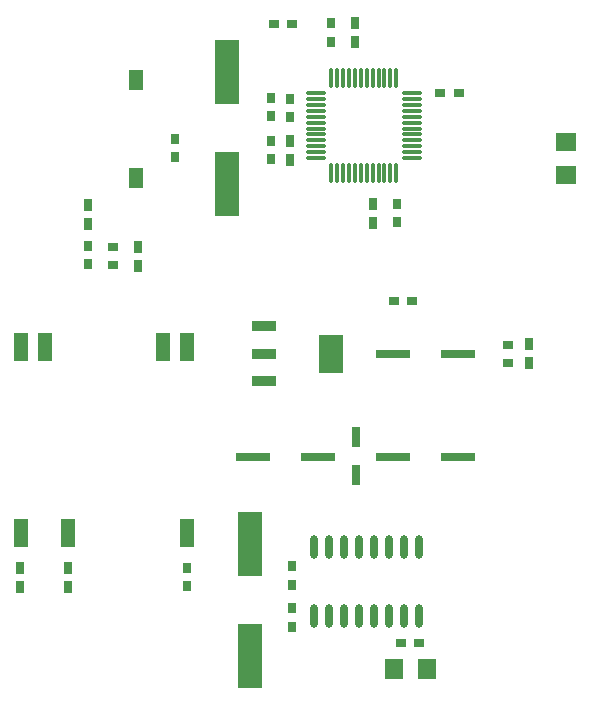
<source format=gtp>
G04*
G04 #@! TF.GenerationSoftware,Altium Limited,Altium Designer,19.1.8 (144)*
G04*
G04 Layer_Color=8421504*
%FSLAX25Y25*%
%MOIN*%
G70*
G01*
G75*
%ADD15R,0.04724X0.09449*%
%ADD21R,0.03740X0.03000*%
%ADD22R,0.07087X0.06299*%
%ADD23R,0.03000X0.03937*%
%ADD24R,0.03780X0.03150*%
%ADD25R,0.03000X0.03740*%
%ADD26R,0.05118X0.06693*%
%ADD27O,0.07087X0.01100*%
%ADD28O,0.01100X0.07087*%
%ADD29R,0.11811X0.02756*%
%ADD30R,0.08268X0.03543*%
%ADD31R,0.08268X0.12598*%
%ADD32R,0.03150X0.07087*%
%ADD33R,0.06299X0.07087*%
%ADD34O,0.02559X0.07874*%
%ADD35R,0.07874X0.21654*%
D15*
X787795Y261067D02*
D03*
X803543D02*
D03*
X842913D02*
D03*
X787795Y323272D02*
D03*
X795669D02*
D03*
X835039D02*
D03*
X842913D02*
D03*
D21*
X927500Y408000D02*
D03*
X933602D02*
D03*
X878051Y431000D02*
D03*
X871949D02*
D03*
X912000Y338500D02*
D03*
X918102D02*
D03*
X914398Y224500D02*
D03*
X920500D02*
D03*
D22*
X969500Y391512D02*
D03*
Y380488D02*
D03*
D23*
X826800Y350350D02*
D03*
Y356650D02*
D03*
X810000Y364201D02*
D03*
Y370500D02*
D03*
X877500Y392000D02*
D03*
Y385701D02*
D03*
X899000Y431299D02*
D03*
Y425000D02*
D03*
X905000Y364701D02*
D03*
Y371000D02*
D03*
X957000Y318000D02*
D03*
Y324299D02*
D03*
X787500Y249568D02*
D03*
Y243269D02*
D03*
X803500Y249568D02*
D03*
Y243269D02*
D03*
D24*
X818569Y356610D02*
D03*
Y350390D02*
D03*
X950000Y324000D02*
D03*
Y317779D02*
D03*
D25*
X810000Y350898D02*
D03*
Y357000D02*
D03*
X839000Y392551D02*
D03*
Y386449D02*
D03*
X871000Y385898D02*
D03*
Y392000D02*
D03*
X877500Y406000D02*
D03*
Y399898D02*
D03*
X871062Y406297D02*
D03*
Y400195D02*
D03*
X891000Y425000D02*
D03*
Y431102D02*
D03*
X913000Y371000D02*
D03*
Y364898D02*
D03*
X878002Y243996D02*
D03*
Y250098D02*
D03*
Y236047D02*
D03*
Y229945D02*
D03*
X843000Y243398D02*
D03*
Y249500D02*
D03*
D26*
X826000Y412339D02*
D03*
Y379661D02*
D03*
D27*
X886055Y407827D02*
D03*
Y405858D02*
D03*
Y403890D02*
D03*
Y401921D02*
D03*
Y399953D02*
D03*
Y397984D02*
D03*
Y396016D02*
D03*
Y394047D02*
D03*
Y392079D02*
D03*
Y390110D02*
D03*
Y388142D02*
D03*
Y386173D02*
D03*
X917945D02*
D03*
Y388142D02*
D03*
Y390110D02*
D03*
Y392079D02*
D03*
Y394047D02*
D03*
X917945Y396016D02*
D03*
Y397984D02*
D03*
Y399953D02*
D03*
X917945Y401921D02*
D03*
Y403890D02*
D03*
Y405858D02*
D03*
Y407827D02*
D03*
D28*
X891173Y381055D02*
D03*
X893142D02*
D03*
X895110D02*
D03*
X897079D02*
D03*
X899047D02*
D03*
X901016D02*
D03*
X902984D02*
D03*
X904953D02*
D03*
X906921D02*
D03*
X908890D02*
D03*
X910858D02*
D03*
X912827D02*
D03*
Y412945D02*
D03*
X910858D02*
D03*
X908890D02*
D03*
X906921D02*
D03*
X904953D02*
D03*
X902984D02*
D03*
X901016D02*
D03*
X899047D02*
D03*
X897079D02*
D03*
X895110D02*
D03*
X893142D02*
D03*
X891173D02*
D03*
D29*
X933327Y321000D02*
D03*
X911673D02*
D03*
X933327Y286500D02*
D03*
X911673D02*
D03*
X886827D02*
D03*
X865173D02*
D03*
D30*
X868779Y330055D02*
D03*
Y321000D02*
D03*
Y311945D02*
D03*
D31*
X891220Y321000D02*
D03*
D32*
X899500Y280701D02*
D03*
Y293299D02*
D03*
D33*
X911988Y216000D02*
D03*
X923012D02*
D03*
D34*
X905500Y256442D02*
D03*
X900500Y233558D02*
D03*
X900500Y256442D02*
D03*
X890500Y233558D02*
D03*
X895500D02*
D03*
X895500Y256442D02*
D03*
X890500D02*
D03*
X885500Y233558D02*
D03*
X910500Y256442D02*
D03*
X915500D02*
D03*
X905500Y233558D02*
D03*
X910500D02*
D03*
X885500Y256442D02*
D03*
X920500D02*
D03*
Y233558D02*
D03*
X915500D02*
D03*
D35*
X864000Y257701D02*
D03*
Y220299D02*
D03*
X856562Y377494D02*
D03*
Y414896D02*
D03*
M02*

</source>
